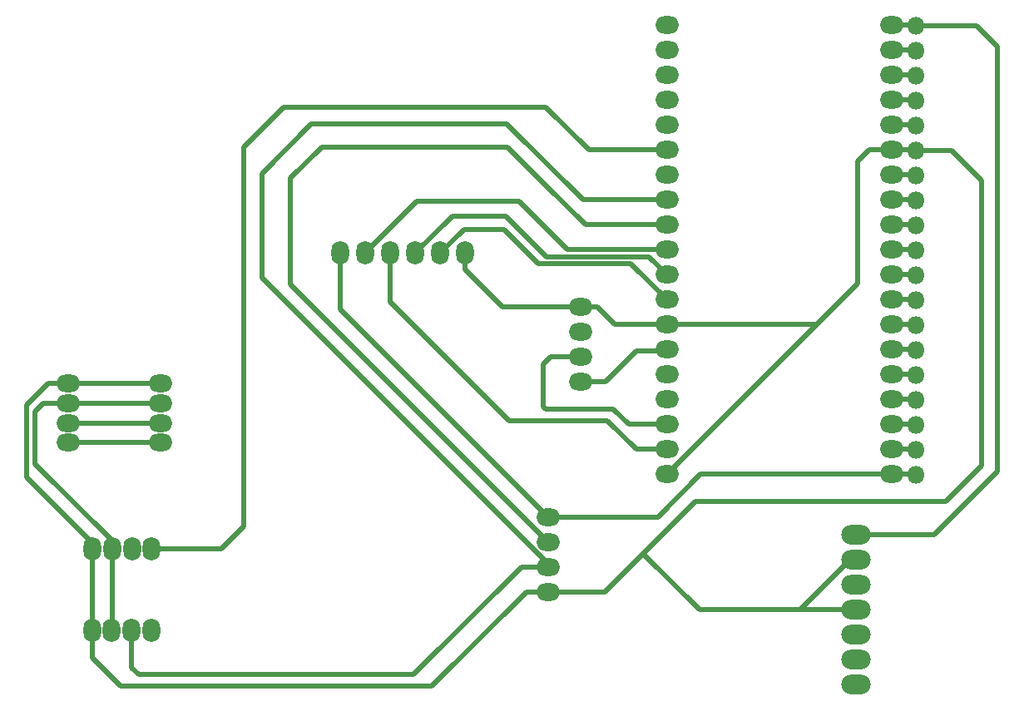
<source format=gbr>
%TF.GenerationSoftware,KiCad,Pcbnew,8.0.3*%
%TF.CreationDate,2024-06-24T21:54:25-07:00*%
%TF.ProjectId,Hardware_Device,48617264-7761-4726-955f-446576696365,rev?*%
%TF.SameCoordinates,Original*%
%TF.FileFunction,Copper,L2,Bot*%
%TF.FilePolarity,Positive*%
%FSLAX46Y46*%
G04 Gerber Fmt 4.6, Leading zero omitted, Abs format (unit mm)*
G04 Created by KiCad (PCBNEW 8.0.3) date 2024-06-24 21:54:25*
%MOMM*%
%LPD*%
G01*
G04 APERTURE LIST*
%TA.AperFunction,ComponentPad*%
%ADD10O,2.400000X1.800000*%
%TD*%
%TA.AperFunction,ComponentPad*%
%ADD11O,1.800000X1.800000*%
%TD*%
%TA.AperFunction,ComponentPad*%
%ADD12O,1.800000X2.400000*%
%TD*%
%TA.AperFunction,ComponentPad*%
%ADD13O,3.000000X2.000000*%
%TD*%
%TA.AperFunction,Conductor*%
%ADD14C,0.500000*%
%TD*%
G04 APERTURE END LIST*
D10*
%TO.P,M10,1,GND*%
%TO.N,GND*%
X189298000Y-90860000D03*
%TO.P,M10,2,TX*%
%TO.N,Net-(M10-TX)*%
X189298000Y-88320000D03*
%TO.P,M10,3,RX*%
%TO.N,Net-(M10-RX)*%
X189298000Y-85780000D03*
%TO.P,M10,4,VCC*%
%TO.N,+3V3*%
X189298000Y-83240000D03*
%TD*%
D11*
%TO.P,M8,1,3V3*%
%TO.N,+3V3*%
X226770000Y-78920000D03*
%TO.P,M8,2,EN*%
%TO.N,Net-(M6-EN)*%
X226770000Y-76380000D03*
%TO.P,M8,3,VP*%
%TO.N,Net-(M6-VP)*%
X226770000Y-73840000D03*
%TO.P,M8,4,VN*%
%TO.N,Net-(M6-VN)*%
X226770000Y-71300000D03*
%TO.P,M8,5,34*%
%TO.N,Net-(M6-34)*%
X226770000Y-68760000D03*
%TO.P,M8,6,35*%
%TO.N,Net-(M6-35)*%
X226770000Y-66220000D03*
%TO.P,M8,7,32*%
%TO.N,Net-(M6-32)*%
X226770000Y-63680000D03*
%TO.P,M8,8,33*%
%TO.N,Net-(M6-33)*%
X226770000Y-61140000D03*
%TO.P,M8,9,25*%
%TO.N,Net-(M1-DIN)*%
X226770000Y-58600000D03*
%TO.P,M8,10,26*%
%TO.N,Net-(M1-BCLK)*%
X226770000Y-56060000D03*
%TO.P,M8,11,27*%
%TO.N,Net-(M1-LRC)*%
X226770000Y-53520000D03*
%TO.P,M8,12,14*%
%TO.N,Net-(M6-14)*%
X226770000Y-50980000D03*
%TO.P,M8,13,12*%
%TO.N,Net-(M6-12)*%
X226770000Y-48440000D03*
%TO.P,M8,14,GND*%
%TO.N,GND*%
X226770000Y-45900000D03*
%TO.P,M8,15,13*%
%TO.N,Net-(M6-13)*%
X226770000Y-43360000D03*
%TO.P,M8,16,D2*%
%TO.N,Net-(M6-D2)*%
X226770000Y-40820000D03*
%TO.P,M8,17,D3*%
%TO.N,Net-(M6-D3)*%
X226770000Y-38280000D03*
%TO.P,M8,18,CMD*%
%TO.N,Net-(M6-CMD)*%
X226770000Y-35740000D03*
%TO.P,M8,19,5V*%
%TO.N,+5V*%
X226770000Y-33200000D03*
%TD*%
D12*
%TO.P,M5,1,SIG*%
%TO.N,Net-(M5-SIG)*%
X148950000Y-86450000D03*
%TO.P,M5,2,NC*%
%TO.N,Net-(M5-NC)*%
X146950000Y-86450000D03*
%TO.P,M5,3,VCC*%
%TO.N,+3V3*%
X144950000Y-86450000D03*
%TO.P,M5,4,GND*%
%TO.N,GND*%
X142950000Y-86450000D03*
%TD*%
D10*
%TO.P,M6,1,CLK*%
%TO.N,unconnected-(M6-CLK-Pad1)*%
X201400000Y-33170000D03*
%TO.P,M6,2,D0*%
%TO.N,unconnected-(M6-D0-Pad2)*%
X201400000Y-35710000D03*
%TO.P,M6,3,D1*%
%TO.N,unconnected-(M6-D1-Pad3)*%
X201400000Y-38250000D03*
%TO.P,M6,4,15*%
%TO.N,unconnected-(M6-15-Pad4)*%
X201400000Y-40790000D03*
%TO.P,M6,5,2*%
%TO.N,unconnected-(M6-2-Pad5)*%
X201400000Y-43330000D03*
%TO.P,M6,6,0*%
%TO.N,Net-(M5-SIG)*%
X201400000Y-45870000D03*
%TO.P,M6,7,4*%
%TO.N,Net-(M5-NC)*%
X201400000Y-48410000D03*
%TO.P,M6,8,16*%
%TO.N,Net-(M10-TX)*%
X201400000Y-50950000D03*
%TO.P,M6,9,17*%
%TO.N,Net-(M10-RX)*%
X201400000Y-53490000D03*
%TO.P,M6,10,5*%
%TO.N,Net-(M6-5)*%
X201400000Y-56030000D03*
%TO.P,M6,11,18*%
%TO.N,Net-(M6-18)*%
X201400000Y-58570000D03*
%TO.P,M6,12,19*%
%TO.N,Net-(M6-19)*%
X201400000Y-61110000D03*
%TO.P,M6,13,GND*%
%TO.N,GND*%
X201400000Y-63650000D03*
%TO.P,M6,14,21*%
%TO.N,Net-(M2-SDA)*%
X201400000Y-66190000D03*
%TO.P,M6,15,RX*%
%TO.N,unconnected-(M6-RX-Pad15)*%
X201400000Y-68730000D03*
%TO.P,M6,16,TX*%
%TO.N,unconnected-(M6-TX-Pad16)*%
X201400000Y-71270000D03*
%TO.P,M6,17,22*%
%TO.N,Net-(M2-SCK)*%
X201400000Y-73810000D03*
%TO.P,M6,18,23*%
%TO.N,Net-(M6-23)*%
X201400000Y-76350000D03*
%TO.P,M6,19,GND*%
%TO.N,GND*%
X201400000Y-78890000D03*
%TO.P,M6,20,3V3*%
%TO.N,+3V3*%
X224260000Y-78890000D03*
%TO.P,M6,21,EN*%
%TO.N,Net-(M6-EN)*%
X224260000Y-76350000D03*
%TO.P,M6,22,VP*%
%TO.N,Net-(M6-VP)*%
X224260000Y-73810000D03*
%TO.P,M6,23,VN*%
%TO.N,Net-(M6-VN)*%
X224260000Y-71270000D03*
%TO.P,M6,24,34*%
%TO.N,Net-(M6-34)*%
X224260000Y-68730000D03*
%TO.P,M6,25,35*%
%TO.N,Net-(M6-35)*%
X224260000Y-66190000D03*
%TO.P,M6,26,32*%
%TO.N,Net-(M6-32)*%
X224260000Y-63650000D03*
%TO.P,M6,27,33*%
%TO.N,Net-(M6-33)*%
X224260000Y-61110000D03*
%TO.P,M6,28,25*%
%TO.N,Net-(M1-DIN)*%
X224260000Y-58570000D03*
%TO.P,M6,29,26*%
%TO.N,Net-(M1-BCLK)*%
X224260000Y-56030000D03*
%TO.P,M6,30,27*%
%TO.N,Net-(M1-LRC)*%
X224260000Y-53490000D03*
%TO.P,M6,31,14*%
%TO.N,Net-(M6-14)*%
X224260000Y-50950000D03*
%TO.P,M6,32,12*%
%TO.N,Net-(M6-12)*%
X224260000Y-48410000D03*
%TO.P,M6,33,GND*%
%TO.N,GND*%
X224260000Y-45870000D03*
%TO.P,M6,34,13*%
%TO.N,Net-(M6-13)*%
X224260000Y-43330000D03*
%TO.P,M6,35,D2*%
%TO.N,Net-(M6-D2)*%
X224260000Y-40790000D03*
%TO.P,M6,36,D3*%
%TO.N,Net-(M6-D3)*%
X224260000Y-38250000D03*
%TO.P,M6,37,CMD*%
%TO.N,Net-(M6-CMD)*%
X224260000Y-35710000D03*
%TO.P,M6,38,5V*%
%TO.N,+5V*%
X224260000Y-33170000D03*
%TD*%
%TO.P,M3,1,SCL*%
%TO.N,Net-(M2-SCK)*%
X149850000Y-75650000D03*
%TO.P,M3,2,SDA*%
%TO.N,Net-(M2-SDA)*%
X149850000Y-73650000D03*
%TO.P,M3,3,VCC*%
%TO.N,+3V3*%
X149850000Y-71650000D03*
%TO.P,M3,4,GND*%
%TO.N,GND*%
X149850000Y-69650000D03*
%TD*%
D13*
%TO.P,M1,1,LRC*%
%TO.N,Net-(M1-LRC)*%
X220660000Y-100260000D03*
%TO.P,M1,2,BCLK*%
%TO.N,Net-(M1-BCLK)*%
X220660000Y-97720000D03*
%TO.P,M1,3,DIN*%
%TO.N,Net-(M1-DIN)*%
X220660000Y-95180000D03*
%TO.P,M1,4,GAIN*%
%TO.N,GND*%
X220660000Y-92640000D03*
%TO.P,M1,5,SD*%
%TO.N,unconnected-(M1-SD-Pad5)*%
X220660000Y-90100000D03*
%TO.P,M1,6,GND*%
%TO.N,GND*%
X220660000Y-87560000D03*
%TO.P,M1,7,VIN*%
%TO.N,+5V*%
X220660000Y-85020000D03*
%TD*%
D12*
%TO.P,M7,1,3V3*%
%TO.N,+3V3*%
X168148510Y-56372530D03*
%TO.P,M7,2,CS*%
%TO.N,Net-(M6-5)*%
X170688510Y-56372530D03*
%TO.P,M7,3,MOSI*%
%TO.N,Net-(M6-23)*%
X173228510Y-56372530D03*
%TO.P,M7,4,CLK*%
%TO.N,Net-(M6-18)*%
X175768510Y-56372530D03*
%TO.P,M7,5,MISO*%
%TO.N,Net-(M6-19)*%
X178308510Y-56372530D03*
%TO.P,M7,6,GND*%
%TO.N,GND*%
X180848510Y-56372530D03*
%TD*%
D10*
%TO.P,M4,1,SCL*%
%TO.N,Net-(M2-SCK)*%
X140450000Y-75650000D03*
%TO.P,M4,2,SDA*%
%TO.N,Net-(M2-SDA)*%
X140450000Y-73650000D03*
%TO.P,M4,3,VCC*%
%TO.N,+3V3*%
X140450000Y-71650000D03*
%TO.P,M4,4,GND*%
%TO.N,GND*%
X140450000Y-69650000D03*
%TD*%
D12*
%TO.P,M9,1,RX*%
%TO.N,Net-(M10-RX)*%
X148900000Y-94800000D03*
%TO.P,M9,2,TX*%
%TO.N,Net-(M10-TX)*%
X146900000Y-94800000D03*
%TO.P,M9,3,VCC*%
%TO.N,+3V3*%
X144900000Y-94800000D03*
%TO.P,M9,4,GND*%
%TO.N,GND*%
X142900000Y-94800000D03*
%TD*%
D10*
%TO.P,M2,1,GND*%
%TO.N,GND*%
X192635000Y-61840000D03*
%TO.P,M2,2,VCC*%
%TO.N,+3V3*%
X192635000Y-64380000D03*
%TO.P,M2,3,SCK*%
%TO.N,Net-(M2-SCK)*%
X192635000Y-66920000D03*
%TO.P,M2,4,SDA*%
%TO.N,Net-(M2-SDA)*%
X192635000Y-69460000D03*
%TD*%
D14*
%TO.N,GND*%
X142950000Y-86450000D02*
X142950000Y-85900000D01*
X229800000Y-81650000D02*
X233450000Y-78000000D01*
X201400000Y-78890000D02*
X216570000Y-63720000D01*
X220080000Y-87560000D02*
X215000000Y-92640000D01*
X204690000Y-92640000D02*
X199000000Y-86950000D01*
X149850000Y-69650000D02*
X140450000Y-69650000D01*
X177500000Y-100450000D02*
X187090000Y-90860000D01*
X220850000Y-47050000D02*
X222030000Y-45870000D01*
X215250000Y-92640000D02*
X215000000Y-92640000D01*
X145800000Y-100450000D02*
X177500000Y-100450000D01*
X196100000Y-63650000D02*
X194290000Y-61840000D01*
X233450000Y-48950000D02*
X230400000Y-45900000D01*
X180848510Y-57998510D02*
X184690000Y-61840000D01*
X142900000Y-94800000D02*
X142900000Y-97550000D01*
X142950000Y-85900000D02*
X136250000Y-79200000D01*
X220850000Y-59440000D02*
X220850000Y-47050000D01*
X184690000Y-61840000D02*
X192635000Y-61840000D01*
X142950000Y-94750000D02*
X142900000Y-94800000D01*
X216570000Y-63720000D02*
X220850000Y-59440000D01*
X215000000Y-92640000D02*
X204690000Y-92640000D01*
X142950000Y-86450000D02*
X142950000Y-94750000D01*
X136250000Y-71800000D02*
X138400000Y-69650000D01*
X196100000Y-63650000D02*
X201400000Y-63650000D01*
X189298000Y-90860000D02*
X195090000Y-90860000D01*
X222030000Y-45870000D02*
X224260000Y-45870000D01*
X201400000Y-63650000D02*
X216500000Y-63650000D01*
X220660000Y-92640000D02*
X215250000Y-92640000D01*
X216500000Y-63650000D02*
X216570000Y-63720000D01*
X136250000Y-79200000D02*
X136250000Y-71800000D01*
X142900000Y-97550000D02*
X145800000Y-100450000D01*
X233450000Y-78000000D02*
X233450000Y-48950000D01*
X195090000Y-90860000D02*
X199000000Y-86950000D01*
X180848510Y-56372530D02*
X180848510Y-57998510D01*
X224260000Y-45870000D02*
X226740000Y-45870000D01*
X226740000Y-45870000D02*
X226770000Y-45900000D01*
X187090000Y-90860000D02*
X189298000Y-90860000D01*
X220660000Y-87560000D02*
X220080000Y-87560000D01*
X199000000Y-86950000D02*
X204300000Y-81650000D01*
X204300000Y-81650000D02*
X229800000Y-81650000D01*
X194290000Y-61840000D02*
X192635000Y-61840000D01*
X230400000Y-45900000D02*
X226770000Y-45900000D01*
X138400000Y-69650000D02*
X140450000Y-69650000D01*
%TO.N,Net-(M1-DIN)*%
X226740000Y-58570000D02*
X226770000Y-58600000D01*
X224260000Y-58570000D02*
X226740000Y-58570000D01*
%TO.N,Net-(M1-BCLK)*%
X226740000Y-56030000D02*
X226770000Y-56060000D01*
X224260000Y-56030000D02*
X226740000Y-56030000D01*
X220660000Y-97720000D02*
X220330000Y-97720000D01*
%TO.N,+5V*%
X226770000Y-33200000D02*
X232900000Y-33200000D01*
X224260000Y-33170000D02*
X226740000Y-33170000D01*
X232900000Y-33200000D02*
X235000000Y-35300000D01*
X235000000Y-35300000D02*
X235000000Y-78600000D01*
X228580000Y-85020000D02*
X220660000Y-85020000D01*
X226740000Y-33170000D02*
X226770000Y-33200000D01*
X235000000Y-78600000D02*
X228580000Y-85020000D01*
%TO.N,Net-(M1-LRC)*%
X224260000Y-53490000D02*
X226740000Y-53490000D01*
X226740000Y-53490000D02*
X226770000Y-53520000D01*
%TO.N,+3V3*%
X200460000Y-83240000D02*
X204810000Y-78890000D01*
X204810000Y-78890000D02*
X224260000Y-78890000D01*
X144950000Y-94750000D02*
X144900000Y-94800000D01*
X137950000Y-71650000D02*
X140450000Y-71650000D01*
X149850000Y-71650000D02*
X140450000Y-71650000D01*
X168148510Y-62090510D02*
X189298000Y-83240000D01*
X189298000Y-83240000D02*
X200460000Y-83240000D01*
X224260000Y-78890000D02*
X226740000Y-78890000D01*
X226740000Y-78890000D02*
X226770000Y-78920000D01*
X144950000Y-85650000D02*
X137100000Y-77800000D01*
X149775000Y-71305000D02*
X149875000Y-71405000D01*
X137100000Y-77800000D02*
X137100000Y-72500000D01*
X144950000Y-86450000D02*
X144950000Y-85650000D01*
X168148510Y-56372530D02*
X168148510Y-62090510D01*
X144950000Y-86450000D02*
X144950000Y-94750000D01*
X137100000Y-72500000D02*
X137950000Y-71650000D01*
%TO.N,Net-(M2-SDA)*%
X198300000Y-66300000D02*
X201290000Y-66300000D01*
X149775000Y-73845000D02*
X149875000Y-73945000D01*
X195140000Y-69460000D02*
X198300000Y-66300000D01*
X149850000Y-73650000D02*
X140450000Y-73650000D01*
X201290000Y-66300000D02*
X201400000Y-66190000D01*
X192635000Y-69460000D02*
X195140000Y-69460000D01*
%TO.N,Net-(M5-SIG)*%
X193470000Y-45870000D02*
X201400000Y-45870000D01*
X148950000Y-86450000D02*
X156050000Y-86450000D01*
X158350000Y-84150000D02*
X158350000Y-45550000D01*
X156050000Y-86450000D02*
X158350000Y-84150000D01*
X162400000Y-41500000D02*
X189100000Y-41500000D01*
X158350000Y-45550000D02*
X162400000Y-41500000D01*
X189100000Y-41500000D02*
X193470000Y-45870000D01*
%TO.N,Net-(M6-34)*%
X226740000Y-68730000D02*
X226770000Y-68760000D01*
X224260000Y-68730000D02*
X226740000Y-68730000D01*
%TO.N,Net-(M10-TX)*%
X160150000Y-58850000D02*
X160150000Y-48250000D01*
X192850000Y-50950000D02*
X201400000Y-50950000D01*
X186580000Y-88320000D02*
X189298000Y-88320000D01*
X165200000Y-43200000D02*
X185100000Y-43200000D01*
X146900000Y-98550000D02*
X147650000Y-99300000D01*
X175600000Y-99300000D02*
X186580000Y-88320000D01*
X189298000Y-88320000D02*
X189298000Y-87998000D01*
X160150000Y-48250000D02*
X165200000Y-43200000D01*
X185100000Y-43200000D02*
X192850000Y-50950000D01*
X147650000Y-99300000D02*
X175600000Y-99300000D01*
X189298000Y-87998000D02*
X160150000Y-58850000D01*
X146900000Y-94800000D02*
X146900000Y-98550000D01*
%TO.N,Net-(M6-CMD)*%
X226740000Y-35710000D02*
X226770000Y-35740000D01*
X224260000Y-35710000D02*
X226740000Y-35710000D01*
%TO.N,Net-(M6-18)*%
X189130000Y-56730000D02*
X199560000Y-56730000D01*
X185000000Y-52600000D02*
X189130000Y-56730000D01*
X199560000Y-56730000D02*
X201400000Y-58570000D01*
X179541040Y-52600000D02*
X185000000Y-52600000D01*
X175768510Y-56372530D02*
X179541040Y-52600000D01*
%TO.N,Net-(M6-14)*%
X226740000Y-50950000D02*
X226770000Y-50980000D01*
X224260000Y-50950000D02*
X226740000Y-50950000D01*
%TO.N,Net-(M6-VP)*%
X224260000Y-73810000D02*
X226740000Y-73810000D01*
X226740000Y-73810000D02*
X226770000Y-73840000D01*
%TO.N,Net-(M6-33)*%
X224260000Y-61110000D02*
X226740000Y-61110000D01*
X226740000Y-61110000D02*
X226770000Y-61140000D01*
%TO.N,Net-(M6-19)*%
X180731040Y-53950000D02*
X184800000Y-53950000D01*
X188280000Y-57430000D02*
X197720000Y-57430000D01*
X197720000Y-57430000D02*
X201400000Y-61110000D01*
X178308510Y-56372530D02*
X180731040Y-53950000D01*
X184800000Y-53950000D02*
X188280000Y-57430000D01*
%TO.N,Net-(M6-D3)*%
X226740000Y-38250000D02*
X226770000Y-38280000D01*
X224260000Y-38250000D02*
X226740000Y-38250000D01*
%TO.N,Net-(M6-35)*%
X226740000Y-66190000D02*
X226770000Y-66220000D01*
X224260000Y-66190000D02*
X226740000Y-66190000D01*
%TO.N,Net-(M10-RX)*%
X163100000Y-59582000D02*
X163100000Y-48700000D01*
X185200000Y-45550000D02*
X189000000Y-49350000D01*
X193090000Y-53490000D02*
X201400000Y-53490000D01*
X163100000Y-48700000D02*
X166250000Y-45550000D01*
X189298000Y-85780000D02*
X163100000Y-59582000D01*
X166250000Y-45550000D02*
X185200000Y-45550000D01*
X189000000Y-49400000D02*
X193090000Y-53490000D01*
X189000000Y-49350000D02*
X189000000Y-49400000D01*
%TO.N,Net-(M6-12)*%
X226740000Y-48410000D02*
X226770000Y-48440000D01*
X224260000Y-48410000D02*
X226740000Y-48410000D01*
%TO.N,Net-(M6-5)*%
X170688510Y-56372530D02*
X175961040Y-51100000D01*
X175961040Y-51100000D02*
X186350000Y-51100000D01*
X191280000Y-56030000D02*
X201400000Y-56030000D01*
X186350000Y-51100000D02*
X191280000Y-56030000D01*
%TO.N,Net-(M6-VN)*%
X224260000Y-71270000D02*
X226740000Y-71270000D01*
X226740000Y-71270000D02*
X226770000Y-71300000D01*
%TO.N,Net-(M6-D2)*%
X226740000Y-40790000D02*
X226770000Y-40820000D01*
X224260000Y-40790000D02*
X226740000Y-40790000D01*
%TO.N,Net-(M6-13)*%
X224260000Y-43330000D02*
X226740000Y-43330000D01*
X226740000Y-43330000D02*
X226770000Y-43360000D01*
%TO.N,Net-(M6-32)*%
X226740000Y-63650000D02*
X226770000Y-63680000D01*
X224260000Y-63650000D02*
X226740000Y-63650000D01*
%TO.N,Net-(M6-EN)*%
X224260000Y-76350000D02*
X226740000Y-76350000D01*
X226740000Y-76350000D02*
X226770000Y-76380000D01*
%TO.N,Net-(M6-23)*%
X185350000Y-73450000D02*
X195350000Y-73450000D01*
X198250000Y-76350000D02*
X201400000Y-76350000D01*
X173228510Y-61328510D02*
X185350000Y-73450000D01*
X195350000Y-73450000D02*
X198250000Y-76350000D01*
X173228510Y-56372530D02*
X173228510Y-61328510D01*
%TO.N,Net-(M2-SCK)*%
X192635000Y-66920000D02*
X189530000Y-66920000D01*
X197510000Y-73810000D02*
X201400000Y-73810000D01*
X149850000Y-75650000D02*
X140450000Y-75650000D01*
X188800000Y-72000000D02*
X189050000Y-72250000D01*
X189050000Y-72250000D02*
X195950000Y-72250000D01*
X188800000Y-67650000D02*
X188800000Y-72000000D01*
X195950000Y-72250000D02*
X197510000Y-73810000D01*
X189530000Y-66920000D02*
X188800000Y-67650000D01*
%TD*%
M02*

</source>
